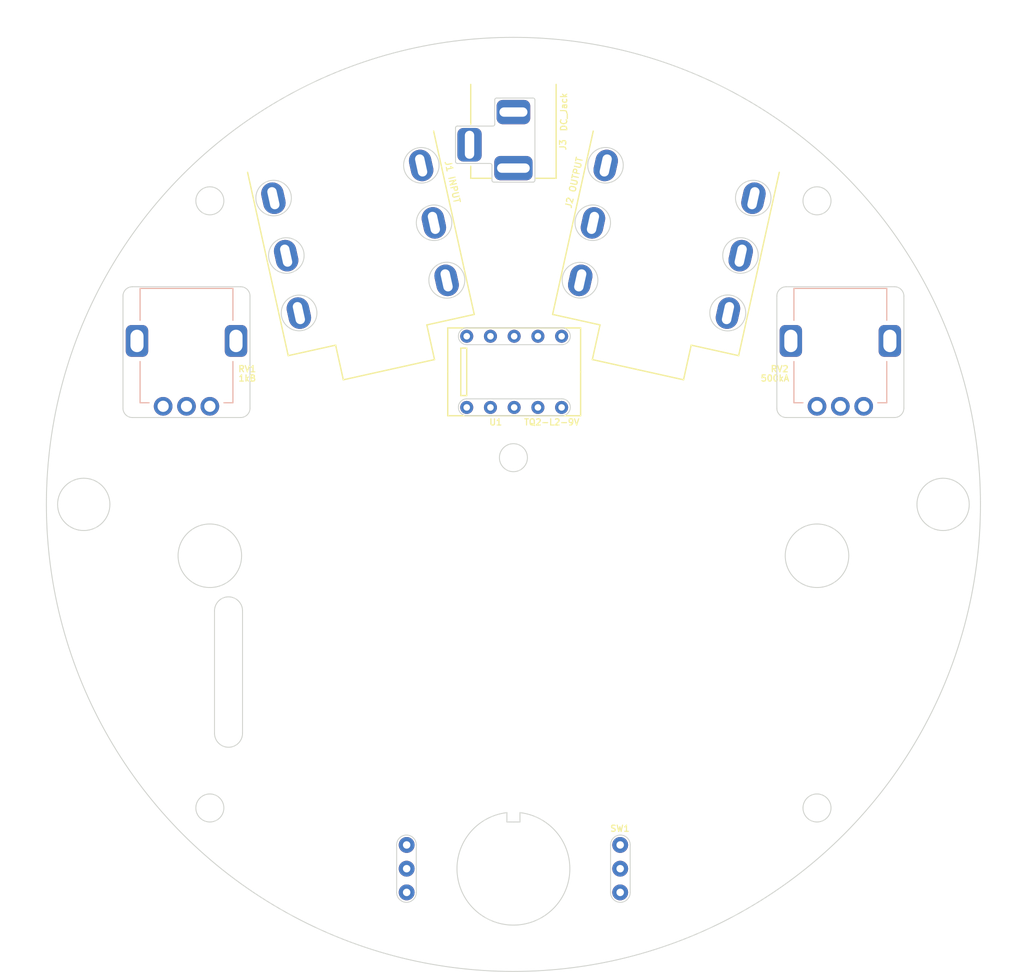
<source format=kicad_pcb>
(kicad_pcb (version 20171130) (host pcbnew "(5.1.6)-1")

  (general
    (thickness 1.6)
    (drawings 150)
    (tracks 0)
    (zones 0)
    (modules 7)
    (nets 21)
  )

  (page A4)
  (layers
    (0 F.Cu signal)
    (31 B.Cu signal)
    (32 B.Adhes user)
    (33 F.Adhes user)
    (34 B.Paste user)
    (35 F.Paste user)
    (36 B.SilkS user)
    (37 F.SilkS user)
    (38 B.Mask user)
    (39 F.Mask user)
    (40 Dwgs.User user)
    (41 Cmts.User user)
    (42 Eco1.User user)
    (43 Eco2.User user)
    (44 Edge.Cuts user)
    (45 Margin user)
    (46 B.CrtYd user)
    (47 F.CrtYd user)
    (48 B.Fab user)
    (49 F.Fab user)
  )

  (setup
    (last_trace_width 0.25)
    (user_trace_width 0.3)
    (user_trace_width 0.4)
    (user_trace_width 0.5)
    (user_trace_width 0.75)
    (user_trace_width 1)
    (user_trace_width 1.5)
    (user_trace_width 2)
    (user_trace_width 0.3)
    (user_trace_width 0.4)
    (user_trace_width 0.5)
    (user_trace_width 0.75)
    (user_trace_width 1)
    (user_trace_width 2)
    (user_trace_width 3)
    (user_trace_width 0.3)
    (user_trace_width 0.4)
    (user_trace_width 0.5)
    (user_trace_width 0.75)
    (user_trace_width 1)
    (user_trace_width 2)
    (user_trace_width 3)
    (user_trace_width 0.3)
    (user_trace_width 0.4)
    (user_trace_width 0.5)
    (user_trace_width 0.75)
    (user_trace_width 1)
    (user_trace_width 2)
    (user_trace_width 3)
    (user_trace_width 0.3)
    (user_trace_width 0.4)
    (user_trace_width 0.5)
    (user_trace_width 0.75)
    (user_trace_width 1)
    (user_trace_width 2)
    (user_trace_width 3)
    (user_trace_width 0.3)
    (user_trace_width 0.4)
    (user_trace_width 0.5)
    (user_trace_width 0.75)
    (user_trace_width 1)
    (user_trace_width 2)
    (user_trace_width 3)
    (user_trace_width 0.3)
    (user_trace_width 0.4)
    (user_trace_width 0.5)
    (user_trace_width 0.75)
    (user_trace_width 1)
    (user_trace_width 2)
    (user_trace_width 3)
    (user_trace_width 0.3)
    (user_trace_width 0.4)
    (user_trace_width 0.5)
    (user_trace_width 0.75)
    (user_trace_width 1)
    (user_trace_width 2)
    (user_trace_width 3)
    (user_trace_width 0.3)
    (user_trace_width 0.4)
    (user_trace_width 0.5)
    (user_trace_width 0.75)
    (user_trace_width 1)
    (user_trace_width 2)
    (user_trace_width 3)
    (user_trace_width 0.3)
    (user_trace_width 0.4)
    (user_trace_width 0.5)
    (user_trace_width 0.75)
    (user_trace_width 1)
    (user_trace_width 2)
    (user_trace_width 3)
    (user_trace_width 0.3)
    (user_trace_width 0.4)
    (user_trace_width 0.5)
    (user_trace_width 0.75)
    (user_trace_width 1)
    (user_trace_width 2)
    (user_trace_width 3)
    (user_trace_width 0.3)
    (user_trace_width 0.4)
    (user_trace_width 0.5)
    (user_trace_width 0.75)
    (user_trace_width 1)
    (user_trace_width 2)
    (user_trace_width 3)
    (user_trace_width 0.3)
    (user_trace_width 0.4)
    (user_trace_width 0.5)
    (user_trace_width 0.75)
    (user_trace_width 1)
    (user_trace_width 2)
    (user_trace_width 3)
    (user_trace_width 0.3)
    (user_trace_width 0.4)
    (user_trace_width 0.5)
    (user_trace_width 0.75)
    (user_trace_width 1)
    (user_trace_width 2)
    (user_trace_width 3)
    (user_trace_width 0.3)
    (user_trace_width 0.4)
    (user_trace_width 0.5)
    (user_trace_width 0.75)
    (user_trace_width 1)
    (user_trace_width 2)
    (user_trace_width 3)
    (user_trace_width 0.3)
    (user_trace_width 0.4)
    (user_trace_width 0.5)
    (user_trace_width 0.75)
    (user_trace_width 1)
    (user_trace_width 2)
    (user_trace_width 3)
    (user_trace_width 0.3)
    (user_trace_width 0.4)
    (user_trace_width 0.5)
    (user_trace_width 0.75)
    (user_trace_width 1)
    (user_trace_width 2)
    (user_trace_width 3)
    (user_trace_width 0.3)
    (user_trace_width 0.4)
    (user_trace_width 0.5)
    (user_trace_width 0.75)
    (user_trace_width 1)
    (user_trace_width 2)
    (user_trace_width 3)
    (user_trace_width 0.3)
    (user_trace_width 0.4)
    (user_trace_width 0.5)
    (user_trace_width 0.75)
    (user_trace_width 1)
    (user_trace_width 2)
    (user_trace_width 3)
    (user_trace_width 0.3)
    (user_trace_width 0.4)
    (user_trace_width 0.5)
    (user_trace_width 0.75)
    (user_trace_width 1)
    (user_trace_width 2)
    (user_trace_width 3)
    (user_trace_width 0.3)
    (user_trace_width 0.4)
    (user_trace_width 0.5)
    (user_trace_width 0.75)
    (user_trace_width 1)
    (user_trace_width 2)
    (user_trace_width 3)
    (user_trace_width 0.3)
    (user_trace_width 0.4)
    (user_trace_width 0.5)
    (user_trace_width 0.75)
    (user_trace_width 1)
    (user_trace_width 2)
    (user_trace_width 3)
    (user_trace_width 0.3)
    (user_trace_width 0.4)
    (user_trace_width 0.5)
    (user_trace_width 0.75)
    (user_trace_width 1)
    (user_trace_width 2)
    (user_trace_width 3)
    (trace_clearance 0.2)
    (zone_clearance 0.5)
    (zone_45_only yes)
    (trace_min 0.16)
    (via_size 0.8)
    (via_drill 0.4)
    (via_min_size 0.4)
    (via_min_drill 0.3)
    (user_via 0.65 0.3)
    (user_via 0.65 0.3)
    (user_via 0.65 0.3)
    (user_via 0.65 0.3)
    (user_via 0.65 0.3)
    (user_via 0.65 0.3)
    (user_via 0.65 0.3)
    (user_via 0.65 0.3)
    (user_via 0.65 0.3)
    (user_via 0.65 0.3)
    (user_via 0.65 0.3)
    (user_via 0.65 0.3)
    (user_via 0.65 0.3)
    (user_via 0.65 0.3)
    (user_via 0.65 0.3)
    (user_via 0.65 0.3)
    (user_via 0.65 0.3)
    (user_via 0.65 0.3)
    (user_via 0.65 0.3)
    (user_via 0.65 0.3)
    (user_via 0.65 0.3)
    (user_via 0.65 0.3)
    (uvia_size 0.3)
    (uvia_drill 0.1)
    (uvias_allowed no)
    (uvia_min_size 0.2)
    (uvia_min_drill 0.1)
    (edge_width 0.1)
    (segment_width 0.2)
    (pcb_text_width 0.3)
    (pcb_text_size 1.5 1.5)
    (mod_edge_width 0.15)
    (mod_text_size 1 1)
    (mod_text_width 0.15)
    (pad_size 5.5 5.5)
    (pad_drill 3.2)
    (pad_to_mask_clearance 0.05)
    (aux_axis_origin 100 50)
    (grid_origin 100 50)
    (visible_elements 7FFFFFFF)
    (pcbplotparams
      (layerselection 0x01000_7ffffffe)
      (usegerberextensions false)
      (usegerberattributes false)
      (usegerberadvancedattributes false)
      (creategerberjobfile false)
      (excludeedgelayer true)
      (linewidth 0.100000)
      (plotframeref false)
      (viasonmask false)
      (mode 1)
      (useauxorigin true)
      (hpglpennumber 1)
      (hpglpenspeed 20)
      (hpglpendiameter 15.000000)
      (psnegative false)
      (psa4output false)
      (plotreference true)
      (plotvalue true)
      (plotinvisibletext false)
      (padsonsilk false)
      (subtractmaskfromsilk true)
      (outputformat 3)
      (mirror false)
      (drillshape 0)
      (scaleselection 1)
      (outputdirectory "5_6_frame_Acryl3mm/"))
  )

  (net 0 "")
  (net 1 "Net-(BT1-Pad1)")
  (net 2 /BATT-)
  (net 3 "Net-(C1-Pad2)")
  (net 4 "Net-(C2-Pad1)")
  (net 5 "Net-(C3-Pad1)")
  (net 6 GND)
  (net 7 +9V)
  (net 8 "Net-(C6-Pad1)")
  (net 9 "Net-(C9-Pad1)")
  (net 10 "Net-(C10-Pad1)")
  (net 11 "Net-(J1-PadT)")
  (net 12 "Net-(J1-PadRN)")
  (net 13 "Net-(J2-PadSN)")
  (net 14 "Net-(J2-PadRN)")
  (net 15 "Net-(J2-PadR)")
  (net 16 "Net-(J2-PadT)")
  (net 17 "Net-(J2-PadTN)")
  (net 18 "Net-(Q2-Pad2)")
  (net 19 "Net-(R6-Pad2)")
  (net 20 "Net-(RV2-Pad2)")

  (net_class Default "これはデフォルトのネット クラスです。"
    (clearance 0.2)
    (trace_width 0.25)
    (via_dia 0.8)
    (via_drill 0.4)
    (uvia_dia 0.3)
    (uvia_drill 0.1)
    (add_net +9V)
    (add_net /BATT-)
    (add_net GND)
    (add_net "Net-(BT1-Pad1)")
    (add_net "Net-(C1-Pad2)")
    (add_net "Net-(C10-Pad1)")
    (add_net "Net-(C2-Pad1)")
    (add_net "Net-(C3-Pad1)")
    (add_net "Net-(C6-Pad1)")
    (add_net "Net-(C9-Pad1)")
    (add_net "Net-(J1-PadRN)")
    (add_net "Net-(J1-PadT)")
    (add_net "Net-(J2-PadR)")
    (add_net "Net-(J2-PadRN)")
    (add_net "Net-(J2-PadSN)")
    (add_net "Net-(J2-PadT)")
    (add_net "Net-(J2-PadTN)")
    (add_net "Net-(Q2-Pad2)")
    (add_net "Net-(R6-Pad2)")
    (add_net "Net-(RV2-Pad2)")
  )

  (module myFoot:my_SW_hanged (layer F.Cu) (tedit 5F104BFC) (tstamp 5F10B7D7)
    (at 150 139)
    (descr "SW PUSH 12mm https://www.e-switch.com/system/asset/product_line/data_sheet/143/TL1100.pdf")
    (tags "tact sw push 12mm")
    (path /5CEDDA85)
    (fp_text reference SW1 (at 11.4 -4.3) (layer F.SilkS)
      (effects (font (size 0.67 0.67) (thickness 0.127)))
    )
    (fp_text value FS (at 13.8 -4.3) (layer F.SilkS) hide
      (effects (font (size 0.67 0.67) (thickness 0.127)))
    )
    (fp_circle (center 6.35 2.54) (end 5.08 2.54) (layer F.Fab) (width 0.12))
    (fp_circle (center 6.35 -2.54) (end 5.08 -2.54) (layer F.Fab) (width 0.12))
    (fp_circle (center -6.35 2.54) (end -7.62 2.54) (layer F.Fab) (width 0.12))
    (fp_circle (center -6.35 -2.54) (end -7.62 -2.54) (layer F.Fab) (width 0.12))
    (fp_circle (center 0 4.5) (end -0.8 4.6) (layer F.Fab) (width 0.12))
    (fp_circle (center 0 -4.5) (end -0.8 -4.5) (layer F.Fab) (width 0.12))
    (fp_circle (center 0 0) (end 8 0) (layer F.Fab) (width 0.12))
    (pad 1 thru_hole circle (at 11.43 -2.54) (size 1.7 1.7) (drill 0.8) (layers *.Cu *.Mask)
      (net 8 "Net-(C6-Pad1)"))
    (pad "" thru_hole circle (at 11.43 0) (size 1.7 1.7) (drill 0.8) (layers *.Cu *.Mask))
    (pad 2 thru_hole circle (at 11.43 2.54) (size 1.7 1.7) (drill 0.8) (layers *.Cu *.Mask)
      (net 19 "Net-(R6-Pad2)"))
    (pad "" thru_hole circle (at -11.43 2.54) (size 1.7 1.7) (drill 0.8) (layers *.Cu *.Mask))
    (pad "" thru_hole circle (at -11.43 0) (size 1.7 1.7) (drill 0.8) (layers *.Cu *.Mask))
    (pad "" thru_hole circle (at -11.43 -2.54) (size 1.7 1.7) (drill 0.8) (layers *.Cu *.Mask))
    (model ${KISYS3DMOD}/Button_Switch_THT.3dshapes/SW_PUSH-12mm.wrl
      (at (xyz 0 0 0))
      (scale (xyz 1 1 1))
      (rotate (xyz 0 0 0))
    )
  )

  (module myFoot:my_Phone_Jack_Daier locked (layer F.Cu) (tedit 5F1C2CA9) (tstamp 5F1C8B7C)
    (at 131 60 282.5)
    (descr "DC Barrel Jack")
    (tags "Power Jack")
    (path /5F23BE2D)
    (fp_text reference J1 (at 6.328844 -10.990711 102.5) (layer F.SilkS)
      (effects (font (size 0.67 0.67) (thickness 0.127)))
    )
    (fp_text value INPUT (at 8.9 -11 102.5) (layer F.SilkS)
      (effects (font (size 0.67 0.67) (thickness 0.127)))
    )
    (fp_line (start -1 7.4) (end -1 7.9) (layer F.Fab) (width 0.12))
    (fp_line (start -2 7.9) (end -2 7.4) (layer F.Fab) (width 0.12))
    (fp_line (start -3 -7.9) (end -3 7.9) (layer F.Fab) (width 0.12))
    (fp_line (start -2 -7.4) (end -2 -7.9) (layer F.Fab) (width 0.12))
    (fp_line (start -3 -7.9) (end 0 -7.9) (layer F.Fab) (width 0.12))
    (fp_line (start -1 -7.9) (end -1 -7.4) (layer F.Fab) (width 0.12))
    (fp_line (start -3 7.9) (end 1.4 7.9) (layer F.Fab) (width 0.12))
    (fp_line (start 1.4 10.2) (end 1.4 0) (layer F.Fab) (width 0.12))
    (fp_line (start 1.4 -7.9) (end 0 -7.9) (layer F.Fab) (width 0.12))
    (fp_line (start 1.4 0) (end 1.4 -10.2) (layer F.Fab) (width 0.12))
    (fp_line (start 2.1 10.2) (end 1.4 10.2) (layer F.Fab) (width 0.12))
    (fp_line (start 1.4 -10.2) (end 2.1 -10.2) (layer F.Fab) (width 0.12))
    (fp_line (start 0 7.9) (end 0 -7.9) (layer F.Fab) (width 0.12))
    (fp_line (start -7.2 -5.5) (end 1.4 -5.5) (layer F.Fab) (width 0.12))
    (fp_line (start -7.2 5.5) (end -7.2 -5.5) (layer F.Fab) (width 0.12))
    (fp_line (start 1.4 5.5) (end -7.2 5.5) (layer F.Fab) (width 0.12))
    (fp_line (start 22.4 5) (end 22.4 10.2) (layer F.SilkS) (width 0.15))
    (fp_line (start 26.2 5) (end 22.4 5) (layer F.SilkS) (width 0.15))
    (fp_line (start 22.4 -5) (end 22.4 -10.2) (layer F.SilkS) (width 0.15))
    (fp_line (start 26.2 -5) (end 22.4 -5) (layer F.SilkS) (width 0.15))
    (fp_line (start 22.4 10.2) (end 2.3 10.2) (layer F.SilkS) (width 0.15))
    (fp_line (start 26.2 0) (end 26.2 5) (layer F.SilkS) (width 0.15))
    (fp_line (start 26.2 -5) (end 26.2 0) (layer F.SilkS) (width 0.15))
    (fp_line (start 2.3 -10.2) (end 22.4 -10.2) (layer F.SilkS) (width 0.15))
    (pad TN thru_hole oval (at 18.2 -8.1 282.5) (size 3.4 2.4) (drill oval 2.4 1) (layers *.Cu *.Mask)
      (net 6 GND))
    (pad T thru_hole oval (at 18.2 8.1 282.5) (size 3.4 2.4) (drill oval 2.4 1) (layers *.Cu *.Mask)
      (net 11 "Net-(J1-PadT)"))
    (pad R thru_hole oval (at 11.9 8.1 282.5) (size 3.4 2.4) (drill oval 2.4 1) (layers *.Cu *.Mask)
      (net 2 /BATT-))
    (pad S thru_hole oval (at 5.6 8.1 282.5) (size 3.4 2.4) (drill oval 2.4 1) (layers *.Cu *.Mask)
      (net 6 GND))
    (pad RN thru_hole oval (at 11.9 -8.1 282.5) (size 3.4 2.4) (drill oval 2.4 1) (layers *.Cu *.Mask)
      (net 12 "Net-(J1-PadRN)"))
    (pad SN thru_hole oval (at 5.6 -8.1 282.5) (size 3.4 2.4) (drill oval 2.4 1) (layers *.Cu *.Mask)
      (net 6 GND))
    (model ${KISYS3DMOD}/Connector_BarrelJack.3dshapes/BarrelJack_Horizontal.wrl
      (at (xyz 0 0 0))
      (scale (xyz 1 1 1))
      (rotate (xyz 0 0 0))
    )
  )

  (module myFoot:my_DC_Jack locked (layer F.Cu) (tedit 5EF2A8E3) (tstamp 5F0E0A8C)
    (at 150 50.5 270)
    (descr "DC Barrel Jack")
    (tags "Power Jack")
    (path /5F23AB58)
    (fp_text reference J3 (at 11 -5.3 90) (layer F.SilkS)
      (effects (font (size 0.67 0.67) (thickness 0.127)))
    )
    (fp_text value DC_Jack (at 7.5 -5.4 90) (layer F.SilkS)
      (effects (font (size 0.67 0.67) (thickness 0.127)))
    )
    (fp_line (start 14.7 -4.5) (end 14.7 -4.75) (layer F.CrtYd) (width 0.05))
    (fp_line (start 14.7 -4.75) (end -0.3 -4.75) (layer F.CrtYd) (width 0.05))
    (fp_line (start 14.7 -4.5) (end 14.7 -2) (layer F.CrtYd) (width 0.05))
    (fp_line (start 14.7 -2) (end 15 -2) (layer F.CrtYd) (width 0.05))
    (fp_line (start 15 -2) (end 15 2) (layer F.CrtYd) (width 0.05))
    (fp_line (start 15 2) (end 14.7 2) (layer F.CrtYd) (width 0.05))
    (fp_line (start 14.7 2) (end 14.7 4.75) (layer F.CrtYd) (width 0.05))
    (fp_line (start 14.7 4.75) (end 13.2 4.75) (layer F.CrtYd) (width 0.05))
    (fp_line (start 13.2 4.75) (end 13.2 6.3) (layer F.CrtYd) (width 0.05))
    (fp_line (start 13.2 6.3) (end 8.8 6.3) (layer F.CrtYd) (width 0.05))
    (fp_line (start 8.8 6.3) (end 8.8 4.75) (layer F.CrtYd) (width 0.05))
    (fp_line (start 8.8 4.75) (end -0.3 4.75) (layer F.CrtYd) (width 0.05))
    (fp_line (start -0.3 4.75) (end -0.3 -4.75) (layer F.CrtYd) (width 0.05))
    (fp_line (start 3.5 -4.5) (end 3.5 4.5) (layer F.Fab) (width 0.1))
    (fp_line (start 0 -4.5) (end 0 4.5) (layer F.Fab) (width 0.1))
    (fp_line (start 0 4.5) (end 14.5 4.55) (layer F.Fab) (width 0.1))
    (fp_line (start 14.5 4.55) (end 14.5 -4.5) (layer F.Fab) (width 0.1))
    (fp_line (start 14.5 -4.5) (end 0 -4.5) (layer F.Fab) (width 0.1))
    (fp_line (start 4.54 -4.572) (end 14.589 -4.572) (layer F.SilkS) (width 0.15))
    (fp_line (start 14.589 -4.572) (end 14.589 -2.4) (layer F.SilkS) (width 0.15))
    (fp_line (start 14.589 2.4) (end 14.589 4.572) (layer F.SilkS) (width 0.15))
    (fp_line (start 14.589 4.572) (end 13.3 4.572) (layer F.SilkS) (width 0.15))
    (fp_line (start 8.8 4.572) (end 4.54 4.572) (layer F.SilkS) (width 0.15))
    (pad 3 thru_hole roundrect (at 11 4.7 270) (size 3.6 2.6) (drill oval 3 1) (layers *.Cu *.Mask) (roundrect_rratio 0.25)
      (net 1 "Net-(BT1-Pad1)"))
    (pad 2 thru_hole roundrect (at 7.5 0 270) (size 2.6 3.6) (drill oval 1 3) (layers *.Cu *.Mask) (roundrect_rratio 0.25)
      (net 7 +9V))
    (pad 1 thru_hole roundrect (at 13.5 0 270) (size 2.6 4.1) (drill oval 1 3.5) (layers *.Cu *.Mask) (roundrect_rratio 0.25)
      (net 6 GND))
    (model ${KISYS3DMOD}/Connector_BarrelJack.3dshapes/BarrelJack_Horizontal.wrl
      (at (xyz 0 0 0))
      (scale (xyz 1 1 1))
      (rotate (xyz 0 0 0))
    )
  )

  (module myFoot:my_Pot_PTV09A-4 locked (layer B.Cu) (tedit 5ED1A71B) (tstamp 5F0E0BB6)
    (at 115 82.5 90)
    (descr "Potentiometer, vertical, Bourns PTV09A-1 Single, http://www.bourns.com/docs/Product-Datasheets/ptv09.pdf")
    (tags "Potentiometer vertical Bourns PTV09A-1 Single")
    (path /5F10E8EB)
    (fp_text reference RV1 (at -3 6.5 -180) (layer F.SilkS)
      (effects (font (size 0.67 0.67) (thickness 0.127)))
    )
    (fp_text value 1kB (at -4 6.5) (layer F.SilkS)
      (effects (font (size 0.67 0.67) (thickness 0.127)))
    )
    (fp_circle (center 0 0) (end 3 0) (layer B.Fab) (width 0.1))
    (fp_line (start -6.5 4.85) (end -6.5 -4.85) (layer B.Fab) (width 0.1))
    (fp_line (start -6.5 -4.85) (end 5.5 -4.85) (layer B.Fab) (width 0.1))
    (fp_line (start 5.5 -4.85) (end 5.5 4.85) (layer B.Fab) (width 0.1))
    (fp_line (start 5.5 4.85) (end -6.5 4.85) (layer B.Fab) (width 0.1))
    (fp_line (start -6.62 4.97) (end -2.2 4.97) (layer B.SilkS) (width 0.12))
    (fp_line (start 2.2 4.97) (end 5.62 4.97) (layer B.SilkS) (width 0.12))
    (fp_line (start -6.62 -4.97) (end -2.2 -4.97) (layer B.SilkS) (width 0.12))
    (fp_line (start 2.2 -4.97) (end 5.62 -4.97) (layer B.SilkS) (width 0.12))
    (fp_line (start -6.62 4.97) (end -6.62 4) (layer B.SilkS) (width 0.12))
    (fp_line (start -6.62 -4) (end -6.62 -4.97) (layer B.SilkS) (width 0.12))
    (fp_line (start 5.62 4.97) (end 5.62 -4.97) (layer B.SilkS) (width 0.12))
    (fp_line (start -8.65 6.65) (end -8.65 -6.65) (layer B.CrtYd) (width 0.05))
    (fp_line (start -8.65 -6.65) (end 5.75 -6.65) (layer B.CrtYd) (width 0.05))
    (fp_line (start 5.75 -6.65) (end 5.75 6.65) (layer B.CrtYd) (width 0.05))
    (fp_line (start 5.75 6.65) (end -8.65 6.65) (layer B.CrtYd) (width 0.05))
    (fp_line (start 0 0) (end 0 3) (layer B.Fab) (width 0.12))
    (fp_line (start 0 0) (end 3 0) (layer B.Fab) (width 0.12))
    (fp_line (start 0 0) (end 0 -3) (layer B.Fab) (width 0.12))
    (fp_line (start 0 0) (end -3 0) (layer B.Fab) (width 0.12))
    (fp_line (start 0 3) (end 0 5.2) (layer Dwgs.User) (width 0.12))
    (pad "" thru_hole roundrect (at 0 5.3 90) (size 3.4 2.4) (drill oval 2.4 1.4) (layers *.Cu *.Mask) (roundrect_rratio 0.25))
    (pad "" thru_hole roundrect (at 0 -5.3 90) (size 3.4 2.4) (drill oval 2.4 1.4) (layers *.Cu *.Mask) (roundrect_rratio 0.25))
    (pad 3 thru_hole circle (at -7 -2.5 90) (size 2 2) (drill 1.2) (layers *.Cu *.Mask)
      (net 18 "Net-(Q2-Pad2)"))
    (pad 2 thru_hole circle (at -7 0 90) (size 2 2) (drill 1.2) (layers *.Cu *.Mask)
      (net 5 "Net-(C3-Pad1)"))
    (pad 1 thru_hole circle (at -7 2.5 90) (size 2 2) (drill 1.2) (layers *.Cu *.Mask)
      (net 6 GND))
    (model ${KISYS3DMOD}/Potentiometer_THT.3dshapes/Potentiometer_Bourns_PTV09A-1_Single_Vertical.wrl
      (at (xyz 0 0 0))
      (scale (xyz 1 1 1))
      (rotate (xyz 0 0 0))
    )
  )

  (module myFoot:my_Pot_PTV09A-4 locked (layer B.Cu) (tedit 5ED1A71B) (tstamp 5F0E0BD4)
    (at 185 82.5 90)
    (descr "Potentiometer, vertical, Bourns PTV09A-1 Single, http://www.bourns.com/docs/Product-Datasheets/ptv09.pdf")
    (tags "Potentiometer vertical Bourns PTV09A-1 Single")
    (path /5EC4C366)
    (fp_text reference RV2 (at -3 -6.5) (layer F.SilkS)
      (effects (font (size 0.67 0.67) (thickness 0.127)))
    )
    (fp_text value 500kA (at -4 -7) (layer F.SilkS)
      (effects (font (size 0.67 0.67) (thickness 0.127)))
    )
    (fp_circle (center 0 0) (end 3 0) (layer B.Fab) (width 0.1))
    (fp_line (start -6.5 4.85) (end -6.5 -4.85) (layer B.Fab) (width 0.1))
    (fp_line (start -6.5 -4.85) (end 5.5 -4.85) (layer B.Fab) (width 0.1))
    (fp_line (start 5.5 -4.85) (end 5.5 4.85) (layer B.Fab) (width 0.1))
    (fp_line (start 5.5 4.85) (end -6.5 4.85) (layer B.Fab) (width 0.1))
    (fp_line (start -6.62 4.97) (end -2.2 4.97) (layer B.SilkS) (width 0.12))
    (fp_line (start 2.2 4.97) (end 5.62 4.97) (layer B.SilkS) (width 0.12))
    (fp_line (start -6.62 -4.97) (end -2.2 -4.97) (layer B.SilkS) (width 0.12))
    (fp_line (start 2.2 -4.97) (end 5.62 -4.97) (layer B.SilkS) (width 0.12))
    (fp_line (start -6.62 4.97) (end -6.62 4) (layer B.SilkS) (width 0.12))
    (fp_line (start -6.62 -4) (end -6.62 -4.97) (layer B.SilkS) (width 0.12))
    (fp_line (start 5.62 4.97) (end 5.62 -4.97) (layer B.SilkS) (width 0.12))
    (fp_line (start -8.65 6.65) (end -8.65 -6.65) (layer B.CrtYd) (width 0.05))
    (fp_line (start -8.65 -6.65) (end 5.75 -6.65) (layer B.CrtYd) (width 0.05))
    (fp_line (start 5.75 -6.65) (end 5.75 6.65) (layer B.CrtYd) (width 0.05))
    (fp_line (start 5.75 6.65) (end -8.65 6.65) (layer B.CrtYd) (width 0.05))
    (fp_line (start 0 0) (end 0 3) (layer B.Fab) (width 0.12))
    (fp_line (start 0 0) (end 3 0) (layer B.Fab) (width 0.12))
    (fp_line (start 0 0) (end 0 -3) (layer B.Fab) (width 0.12))
    (fp_line (start 0 0) (end -3 0) (layer B.Fab) (width 0.12))
    (fp_line (start 0 3) (end 0 5.2) (layer Dwgs.User) (width 0.12))
    (pad "" thru_hole roundrect (at 0 5.3 90) (size 3.4 2.4) (drill oval 2.4 1.4) (layers *.Cu *.Mask) (roundrect_rratio 0.25))
    (pad "" thru_hole roundrect (at 0 -5.3 90) (size 3.4 2.4) (drill oval 2.4 1.4) (layers *.Cu *.Mask) (roundrect_rratio 0.25))
    (pad 3 thru_hole circle (at -7 -2.5 90) (size 2 2) (drill 1.2) (layers *.Cu *.Mask)
      (net 4 "Net-(C2-Pad1)"))
    (pad 2 thru_hole circle (at -7 0 90) (size 2 2) (drill 1.2) (layers *.Cu *.Mask)
      (net 20 "Net-(RV2-Pad2)"))
    (pad 1 thru_hole circle (at -7 2.5 90) (size 2 2) (drill 1.2) (layers *.Cu *.Mask)
      (net 6 GND))
    (model ${KISYS3DMOD}/Potentiometer_THT.3dshapes/Potentiometer_Bourns_PTV09A-1_Single_Vertical.wrl
      (at (xyz 0 0 0))
      (scale (xyz 1 1 1))
      (rotate (xyz 0 0 0))
    )
  )

  (module myFoot:EA2-5TNAG locked (layer F.Cu) (tedit 5ECFB23F) (tstamp 5F0E0BF8)
    (at 145 82)
    (descr "Resistor, Axial_DIN0204 series, Axial, Horizontal, pin pitch=7.62mm, 0.16666666666666666W = 1/6W, length*diameter=3.6*1.6mm^2, http://cdn-reichelt.de/documents/datenblatt/B400/1_4W%23YAG.pdf")
    (tags "Resistor Axial_DIN0204 series Axial Horizontal pin pitch 7.62mm 0.16666666666666666W = 1/6W length 3.6mm diameter 1.6mm")
    (path /5CE5FC4C)
    (fp_text reference U1 (at 3.1 9.2) (layer F.SilkS)
      (effects (font (size 0.67 0.67) (thickness 0.127)))
    )
    (fp_text value TQ2-L2-9V (at 9.1 9.2) (layer F.SilkS)
      (effects (font (size 0.67 0.67) (thickness 0.127)))
    )
    (fp_line (start 5.08 -0.889) (end -2.032 -0.889) (layer F.SilkS) (width 0.15))
    (fp_line (start -2.032 -0.889) (end -2.032 3.81) (layer F.SilkS) (width 0.15))
    (fp_line (start -2.032 3.81) (end -2.032 8.509) (layer F.SilkS) (width 0.15))
    (fp_line (start -2.032 8.509) (end 5.08 8.509) (layer F.SilkS) (width 0.15))
    (fp_line (start 5.08 8.509) (end 12.192 8.509) (layer F.SilkS) (width 0.15))
    (fp_line (start 12.192 8.509) (end 12.192 3.81) (layer F.SilkS) (width 0.15))
    (fp_line (start 12.192 3.81) (end 12.192 -0.889) (layer F.SilkS) (width 0.15))
    (fp_line (start 12.192 -0.889) (end 5.08 -0.889) (layer F.SilkS) (width 0.15))
    (fp_line (start -0.635 1.27) (end 0 1.27) (layer F.SilkS) (width 0.15))
    (fp_line (start 0 1.27) (end 0 6.35) (layer F.SilkS) (width 0.15))
    (fp_line (start 0 6.35) (end -0.635 6.35) (layer F.SilkS) (width 0.15))
    (fp_line (start -0.635 6.35) (end -0.635 1.27) (layer F.SilkS) (width 0.15))
    (pad 2 thru_hole oval (at 2.54 7.62) (size 1.4 1.4) (drill 0.7) (layers *.Cu *.Mask)
      (net 6 GND))
    (pad 3 thru_hole oval (at 5.08 7.62) (size 1.4 1.4) (drill 0.7) (layers *.Cu *.Mask)
      (net 3 "Net-(C1-Pad2)"))
    (pad 9 thru_hole oval (at 2.54 0) (size 1.4 1.4) (drill 0.7) (layers *.Cu *.Mask)
      (net 11 "Net-(J1-PadT)"))
    (pad 10 thru_hole circle (at 0 0) (size 1.4 1.4) (drill 0.7) (layers *.Cu *.Mask)
      (net 7 +9V))
    (pad 4 thru_hole oval (at 7.62 7.62) (size 1.4 1.4) (drill 0.7) (layers *.Cu *.Mask)
      (net 11 "Net-(J1-PadT)"))
    (pad 5 thru_hole oval (at 10.16 7.62) (size 1.4 1.4) (drill 0.7) (layers *.Cu *.Mask)
      (net 9 "Net-(C9-Pad1)"))
    (pad 1 thru_hole oval (at 0 7.62) (size 1.4 1.4) (drill 0.7) (layers *.Cu *.Mask)
      (net 7 +9V))
    (pad 8 thru_hole oval (at 5.08 0) (size 1.4 1.4) (drill 0.7) (layers *.Cu *.Mask)
      (net 16 "Net-(J2-PadT)"))
    (pad 7 thru_hole oval (at 7.62 0) (size 1.4 1.4) (drill 0.7) (layers *.Cu *.Mask)
      (net 20 "Net-(RV2-Pad2)"))
    (pad 6 thru_hole oval (at 10.16 0) (size 1.4 1.4) (drill 0.7) (layers *.Cu *.Mask)
      (net 10 "Net-(C10-Pad1)"))
  )

  (module myFoot:my_Phone_Jack_Daier locked (layer F.Cu) (tedit 5F1C2CA9) (tstamp 5F1C8B9D)
    (at 169 60 257.5)
    (descr "DC Barrel Jack")
    (tags "Power Jack")
    (path /5F23D38A)
    (fp_text reference J2 (at 10.331194 11.025263 77.5) (layer F.SilkS)
      (effects (font (size 0.67 0.67) (thickness 0.127)))
    )
    (fp_text value OUTPUT (at 7.250798 10.991175 77.5) (layer F.SilkS)
      (effects (font (size 0.67 0.67) (thickness 0.127)))
    )
    (fp_line (start -1 7.4) (end -1 7.9) (layer F.Fab) (width 0.12))
    (fp_line (start -2 7.9) (end -2 7.4) (layer F.Fab) (width 0.12))
    (fp_line (start -3 -7.9) (end -3 7.9) (layer F.Fab) (width 0.12))
    (fp_line (start -2 -7.4) (end -2 -7.9) (layer F.Fab) (width 0.12))
    (fp_line (start -3 -7.9) (end 0 -7.9) (layer F.Fab) (width 0.12))
    (fp_line (start -1 -7.9) (end -1 -7.4) (layer F.Fab) (width 0.12))
    (fp_line (start -3 7.9) (end 1.4 7.9) (layer F.Fab) (width 0.12))
    (fp_line (start 1.4 10.2) (end 1.4 0) (layer F.Fab) (width 0.12))
    (fp_line (start 1.4 -7.9) (end 0 -7.9) (layer F.Fab) (width 0.12))
    (fp_line (start 1.4 0) (end 1.4 -10.2) (layer F.Fab) (width 0.12))
    (fp_line (start 2.1 10.2) (end 1.4 10.2) (layer F.Fab) (width 0.12))
    (fp_line (start 1.4 -10.2) (end 2.1 -10.2) (layer F.Fab) (width 0.12))
    (fp_line (start 0 7.9) (end 0 -7.9) (layer F.Fab) (width 0.12))
    (fp_line (start -7.2 -5.5) (end 1.4 -5.5) (layer F.Fab) (width 0.12))
    (fp_line (start -7.2 5.5) (end -7.2 -5.5) (layer F.Fab) (width 0.12))
    (fp_line (start 1.4 5.5) (end -7.2 5.5) (layer F.Fab) (width 0.12))
    (fp_line (start 22.4 5) (end 22.4 10.2) (layer F.SilkS) (width 0.15))
    (fp_line (start 26.2 5) (end 22.4 5) (layer F.SilkS) (width 0.15))
    (fp_line (start 22.4 -5) (end 22.4 -10.2) (layer F.SilkS) (width 0.15))
    (fp_line (start 26.2 -5) (end 22.4 -5) (layer F.SilkS) (width 0.15))
    (fp_line (start 22.4 10.2) (end 2.3 10.2) (layer F.SilkS) (width 0.15))
    (fp_line (start 26.2 0) (end 26.2 5) (layer F.SilkS) (width 0.15))
    (fp_line (start 26.2 -5) (end 26.2 0) (layer F.SilkS) (width 0.15))
    (fp_line (start 2.3 -10.2) (end 22.4 -10.2) (layer F.SilkS) (width 0.15))
    (pad TN thru_hole oval (at 18.2 -8.1 257.5) (size 3.4 2.4) (drill oval 2.4 1) (layers *.Cu *.Mask)
      (net 17 "Net-(J2-PadTN)"))
    (pad T thru_hole oval (at 18.2 8.1 257.5) (size 3.4 2.4) (drill oval 2.4 1) (layers *.Cu *.Mask)
      (net 16 "Net-(J2-PadT)"))
    (pad R thru_hole oval (at 11.9 8.1 257.5) (size 3.4 2.4) (drill oval 2.4 1) (layers *.Cu *.Mask)
      (net 15 "Net-(J2-PadR)"))
    (pad S thru_hole oval (at 5.6 8.1 257.5) (size 3.4 2.4) (drill oval 2.4 1) (layers *.Cu *.Mask)
      (net 6 GND))
    (pad RN thru_hole oval (at 11.9 -8.1 257.5) (size 3.4 2.4) (drill oval 2.4 1) (layers *.Cu *.Mask)
      (net 14 "Net-(J2-PadRN)"))
    (pad SN thru_hole oval (at 5.6 -8.1 257.5) (size 3.4 2.4) (drill oval 2.4 1) (layers *.Cu *.Mask)
      (net 13 "Net-(J2-PadSN)"))
    (model ${KISYS3DMOD}/Connector_BarrelJack.3dshapes/BarrelJack_Horizontal.wrl
      (at (xyz 0 0 0))
      (scale (xyz 1 1 1))
      (rotate (xyz 0 0 0))
    )
  )

  (dimension 100 (width 0.15) (layer Cmts.User)
    (gr_text "100.000 mm" (at 150 46.7) (layer Cmts.User)
      (effects (font (size 1 1) (thickness 0.15)))
    )
    (feature1 (pts (xy 100 150) (xy 100 47.413579)))
    (feature2 (pts (xy 200 150) (xy 200 47.413579)))
    (crossbar (pts (xy 200 48) (xy 100 48)))
    (arrow1a (pts (xy 100 48) (xy 101.126504 47.413579)))
    (arrow1b (pts (xy 100 48) (xy 101.126504 48.586421)))
    (arrow2a (pts (xy 200 48) (xy 198.873496 47.413579)))
    (arrow2b (pts (xy 200 48) (xy 198.873496 48.586421)))
  )
  (dimension 100 (width 0.15) (layer Cmts.User)
    (gr_text "100.000 mm" (at 203.3 100 270) (layer Cmts.User)
      (effects (font (size 1 1) (thickness 0.15)))
    )
    (feature1 (pts (xy 100 150) (xy 202.586421 150)))
    (feature2 (pts (xy 100 50) (xy 202.586421 50)))
    (crossbar (pts (xy 202 50) (xy 202 150)))
    (arrow1a (pts (xy 202 150) (xy 201.413579 148.873496)))
    (arrow1b (pts (xy 202 150) (xy 202.586421 148.873496)))
    (arrow2a (pts (xy 202 50) (xy 201.413579 51.126504)))
    (arrow2b (pts (xy 202 50) (xy 202.586421 51.126504)))
  )
  (gr_circle (center 150 95) (end 148.5 95) (layer Dwgs.User) (width 0.15))
  (gr_line (start 118 111.4) (end 118 124.5) (layer Edge.Cuts) (width 0.1) (tstamp 5F40878A))
  (gr_line (start 121 124.5) (end 121 111.4) (layer Edge.Cuts) (width 0.1) (tstamp 5F408789))
  (gr_arc (start 119.5 111.4) (end 121 111.4) (angle -180) (layer Edge.Cuts) (width 0.1) (tstamp 5F408785))
  (gr_arc (start 119.5 124.5) (end 118 124.5) (angle -180) (layer Edge.Cuts) (width 0.1))
  (gr_line (start 137 145) (end 137 139) (layer Dwgs.User) (width 0.15) (tstamp 5F159A95))
  (gr_line (start 144 139) (end 144 133) (layer Dwgs.User) (width 0.15))
  (gr_line (start 156 133) (end 156 145) (layer Dwgs.User) (width 0.15))
  (gr_line (start 163 133) (end 163 145) (layer Dwgs.User) (width 0.15))
  (gr_line (start 137 139) (end 137 133) (layer Dwgs.User) (width 0.15))
  (gr_line (start 163 145) (end 137 145) (layer Dwgs.User) (width 0.15))
  (gr_line (start 136.49465 145.017833) (end 136.5 130.5) (layer Dwgs.User) (width 0.15))
  (gr_line (start 137 133) (end 163 133) (layer Dwgs.User) (width 0.15))
  (gr_line (start 144 145) (end 143.979203 139) (layer Dwgs.User) (width 0.15) (tstamp 5F3E40FB))
  (gr_line (start 163.505351 145.017835) (end 163.5 130.5) (layer Dwgs.User) (width 0.15))
  (dimension 26 (width 0.15) (layer Dwgs.User)
    (gr_text "26.000 mm" (at 150 130.7) (layer Dwgs.User)
      (effects (font (size 1 1) (thickness 0.15)))
    )
    (feature1 (pts (xy 163 133) (xy 163 131.413579)))
    (feature2 (pts (xy 137 133) (xy 137 131.413579)))
    (crossbar (pts (xy 137 132) (xy 163 132)))
    (arrow1a (pts (xy 163 132) (xy 161.873496 132.586421)))
    (arrow1b (pts (xy 163 132) (xy 161.873496 131.413579)))
    (arrow2a (pts (xy 137 132) (xy 138.126504 132.586421)))
    (arrow2b (pts (xy 137 132) (xy 138.126504 131.413579)))
  )
  (gr_circle (center 150 139) (end 149.5 145) (layer Dwgs.User) (width 0.15))
  (gr_line (start 137.5 141.55) (end 137.5 136.45) (layer Edge.Cuts) (width 0.1))
  (gr_arc (start 138.55 136.45) (end 139.6 136.45) (angle -180) (layer Edge.Cuts) (width 0.1))
  (gr_arc (start 161.45 141.55) (end 160.4 141.55) (angle -180) (layer Edge.Cuts) (width 0.1) (tstamp 5F4072BA))
  (gr_arc (start 138.55 141.55) (end 137.5 141.55) (angle -180) (layer Edge.Cuts) (width 0.1))
  (gr_line (start 139.6 141.55) (end 139.6 136.45) (layer Edge.Cuts) (width 0.1))
  (gr_line (start 150.7 134) (end 150.7 133) (layer Edge.Cuts) (width 0.1))
  (gr_line (start 149.3 133) (end 149.3 134) (layer Edge.Cuts) (width 0.1))
  (gr_line (start 149.3 134) (end 150 134) (layer Edge.Cuts) (width 0.1) (tstamp 5F407356))
  (gr_arc (start 161.45 136.45) (end 162.5 136.45) (angle -180) (layer Edge.Cuts) (width 0.1) (tstamp 5F4072C4))
  (gr_line (start 160.4 136.45) (end 160.4 141.55) (layer Edge.Cuts) (width 0.1) (tstamp 5F4072D2))
  (gr_arc (start 150 139) (end 149.300001 133.000001) (angle -346.6911499) (layer Edge.Cuts) (width 0.1))
  (gr_line (start 150 134) (end 150.7 134) (layer Edge.Cuts) (width 0.1))
  (gr_line (start 162.5 141.55) (end 162.5 136.45) (layer Edge.Cuts) (width 0.1) (tstamp 5F4072D6))
  (gr_circle (center 150 100) (end 100 100) (layer Edge.Cuts) (width 0.1))
  (gr_circle (center 125.689894 73.35482) (end 123.856576 73.863685) (layer Edge.Cuts) (width 0.1) (tstamp 5F408011))
  (gr_circle (center 140.14232 63.697833) (end 138.287358 64.109069) (layer Edge.Cuts) (width 0.1) (tstamp 5F408010))
  (gr_circle (center 142.869459 75.999163) (end 141.079429 76.703287) (layer Edge.Cuts) (width 0.1) (tstamp 5F40800F))
  (gr_circle (center 124.326325 67.204155) (end 122.493006 67.71302) (layer Edge.Cuts) (width 0.1) (tstamp 5F40800E))
  (gr_circle (center 127.053464 79.505485) (end 125.241789 80.111979) (layer Edge.Cuts) (width 0.1) (tstamp 5F40800D))
  (gr_circle (center 141.50589 69.848498) (end 139.672571 70.357363) (layer Edge.Cuts) (width 0.1) (tstamp 5F40800C))
  (gr_arc (start 179.2 89.7) (end 178.2 89.7) (angle -90) (layer Edge.Cuts) (width 0.1) (tstamp 5F407BD1))
  (gr_arc (start 190.8 89.7) (end 190.8 90.7) (angle -90) (layer Edge.Cuts) (width 0.1) (tstamp 5F407BD0))
  (gr_line (start 179.2 90.7) (end 190.8 90.7) (layer Edge.Cuts) (width 0.1) (tstamp 5F407BCF))
  (gr_line (start 178.2 89.7) (end 178.2 77.7) (layer Edge.Cuts) (width 0.1) (tstamp 5F407BCE))
  (gr_arc (start 190.8 77.7) (end 191.8 77.7) (angle -90) (layer Edge.Cuts) (width 0.1) (tstamp 5F407BCD))
  (gr_line (start 191.8 89.7) (end 191.8 77.7) (layer Edge.Cuts) (width 0.1) (tstamp 5F407BCC))
  (gr_line (start 179.2 76.7) (end 190.8 76.7) (layer Edge.Cuts) (width 0.1) (tstamp 5F407BCB))
  (gr_arc (start 179.2 77.7) (end 179.2 76.7) (angle -90) (layer Edge.Cuts) (width 0.1) (tstamp 5F407BCA))
  (gr_arc (start 109.2 89.7) (end 108.2 89.7) (angle -90) (layer Edge.Cuts) (width 0.1) (tstamp 5F407510))
  (gr_arc (start 109.2 77.7) (end 109.2 76.7) (angle -90) (layer Edge.Cuts) (width 0.1) (tstamp 5F407501))
  (gr_arc (start 120.8 77.7) (end 121.8 77.7) (angle -90) (layer Edge.Cuts) (width 0.1) (tstamp 5F4074F1))
  (gr_arc (start 120.8 89.7) (end 120.8 90.7) (angle -90) (layer Edge.Cuts) (width 0.1))
  (gr_line (start 109.2 90.7) (end 120.8 90.7) (layer Edge.Cuts) (width 0.1))
  (gr_line (start 121.8 89.7) (end 121.8 77.7) (layer Edge.Cuts) (width 0.1))
  (gr_line (start 109.2 76.7) (end 120.8 76.7) (layer Edge.Cuts) (width 0.1))
  (gr_line (start 108.2 89.7) (end 108.2 77.7) (layer Edge.Cuts) (width 0.1))
  (gr_line (start 145 90.5) (end 155.2 90.5) (layer Edge.Cuts) (width 0.1) (tstamp 5F407239))
  (gr_line (start 155.2 88.7) (end 145 88.7) (layer Edge.Cuts) (width 0.1) (tstamp 5F407235))
  (gr_line (start 145 81.1) (end 155.2 81.1) (layer Edge.Cuts) (width 0.1) (tstamp 5F407230))
  (gr_line (start 155.2 82.9) (end 145 82.9) (layer Edge.Cuts) (width 0.1) (tstamp 5F40722B))
  (gr_arc (start 155.2 82) (end 155.2 82.9) (angle -180) (layer Edge.Cuts) (width 0.1))
  (gr_arc (start 145 82) (end 145 81.1) (angle -180) (layer Edge.Cuts) (width 0.1))
  (gr_arc (start 155.2 89.6) (end 155.2 90.5) (angle -180) (layer Edge.Cuts) (width 0.1))
  (gr_arc (start 145 89.6) (end 145 88.7) (angle -180) (layer Edge.Cuts) (width 0.1))
  (gr_arc (start 152.1 56.7) (end 152.3 56.7) (angle -90) (layer Edge.Cuts) (width 0.1))
  (gr_arc (start 152.1 65.3) (end 152.1 65.5) (angle -90) (layer Edge.Cuts) (width 0.1))
  (gr_arc (start 147.9 65.3) (end 147.7 65.3) (angle -90) (layer Edge.Cuts) (width 0.1))
  (gr_arc (start 147.5 63.7) (end 147.7 63.7) (angle -90) (layer Edge.Cuts) (width 0.1))
  (gr_arc (start 148.2 56.7) (end 148.2 56.5) (angle -90) (layer Edge.Cuts) (width 0.1))
  (gr_arc (start 147.8 59.3) (end 147.8 59.5) (angle -90) (layer Edge.Cuts) (width 0.1))
  (gr_arc (start 144 59.7) (end 144 59.5) (angle -90) (layer Edge.Cuts) (width 0.1))
  (gr_arc (start 144 63.3) (end 143.8 63.3) (angle -90) (layer Edge.Cuts) (width 0.1))
  (gr_line (start 147.5 63.5) (end 144 63.5) (layer Edge.Cuts) (width 0.1))
  (gr_line (start 147.7 65.3) (end 147.7 63.7) (layer Edge.Cuts) (width 0.1))
  (gr_line (start 152.1 65.5) (end 147.9 65.5) (layer Edge.Cuts) (width 0.1))
  (gr_line (start 152.3 65.3) (end 152.3 56.7) (layer Edge.Cuts) (width 0.1))
  (gr_line (start 148.2 56.5) (end 152.1 56.5) (layer Edge.Cuts) (width 0.1))
  (gr_line (start 148 59.3) (end 148 56.7) (layer Edge.Cuts) (width 0.1))
  (gr_line (start 144 59.5) (end 147.8 59.5) (layer Edge.Cuts) (width 0.1))
  (gr_line (start 143.8 63.3) (end 143.8 59.7) (layer Edge.Cuts) (width 0.1))
  (gr_circle (center 150 95) (end 148.5 95) (layer Edge.Cuts) (width 0.1))
  (gr_circle (center 196 100) (end 198.8 100) (layer Edge.Cuts) (width 0.1))
  (gr_circle (center 104 100) (end 101.2 100) (layer Edge.Cuts) (width 0.1))
  (gr_circle (center 117.5 132.5) (end 116 132.5) (layer Edge.Cuts) (width 0.1))
  (gr_circle (center 182.5 132.5) (end 181 132.5) (layer Edge.Cuts) (width 0.1))
  (gr_circle (center 182.5 67.5) (end 181 67.5) (layer Edge.Cuts) (width 0.1))
  (gr_circle (center 182.5 105.5) (end 179.1 105.5) (layer Edge.Cuts) (width 0.1))
  (gr_circle (center 117.5 105.5) (end 114.1 105.5) (layer Edge.Cuts) (width 0.1))
  (gr_circle (center 117.5 67.5) (end 116 67.5) (layer Edge.Cuts) (width 0.1))
  (gr_arc (start 150 100) (end 136.49465 145.017833) (angle -16.69924517) (layer Dwgs.User) (width 0.15))
  (gr_arc (start 150 100) (end 163.50535 145.017834) (angle -326.6015109) (layer Dwgs.User) (width 0.15))
  (gr_arc (start 150 100) (end 150 147) (angle -16.69924423) (layer Dwgs.User) (width 0.15))
  (dimension 12 (width 0.15) (layer Dwgs.User)
    (gr_text "12.000 mm" (at 134.2 139 270) (layer Dwgs.User)
      (effects (font (size 1 1) (thickness 0.15)))
    )
    (feature1 (pts (xy 137 145) (xy 134.913579 145)))
    (feature2 (pts (xy 137 133) (xy 134.913579 133)))
    (crossbar (pts (xy 135.5 133) (xy 135.5 145)))
    (arrow1a (pts (xy 135.5 145) (xy 134.913579 143.873496)))
    (arrow1b (pts (xy 135.5 145) (xy 136.086421 143.873496)))
    (arrow2a (pts (xy 135.5 133) (xy 134.913579 134.126504)))
    (arrow2b (pts (xy 135.5 133) (xy 136.086421 134.126504)))
  )
  (gr_line (start 187 101.5) (end 192 106.5) (layer Dwgs.User) (width 0.15))
  (gr_line (start 192 93.5) (end 187 98.5) (layer Dwgs.User) (width 0.15))
  (gr_line (start 113 101.5) (end 108 106.5) (layer Dwgs.User) (width 0.15))
  (gr_line (start 113 98.5) (end 108 93.5) (layer Dwgs.User) (width 0.15))
  (gr_line (start 150 55.8) (end 176.7 61.7) (layer Dwgs.User) (width 0.15) (tstamp 5F3E73D4))
  (gr_line (start 123.3 61.7) (end 150 55.8) (layer Dwgs.User) (width 0.15))
  (gr_line (start 122.6 58.7) (end 121.326884 59.038405) (layer Dwgs.User) (width 0.15) (tstamp 5F3E737E))
  (gr_line (start 177.4 58.7) (end 178.684525 59.046394) (layer Dwgs.User) (width 0.15) (tstamp 5F3E7372))
  (gr_arc (start 150 100) (end 178.684525 59.046394) (angle -35.00798005) (layer Dwgs.User) (width 0.15))
  (gr_arc (start 150 100) (end 121.326884 59.038405) (angle -290) (layer Dwgs.User) (width 0.15))
  (gr_arc (start 150 100) (end 150 50) (angle -34.9920202) (layer Dwgs.User) (width 0.15))
  (gr_line (start 176.7 61.7) (end 177.4 58.7) (layer Dwgs.User) (width 0.15))
  (gr_line (start 176.7 61.7) (end 179 63) (layer Dwgs.User) (width 0.15) (tstamp 5F3E7275))
  (gr_line (start 123.3 61.7) (end 122.6 58.7) (layer Dwgs.User) (width 0.15))
  (gr_line (start 121 63) (end 123.3 61.7) (layer Dwgs.User) (width 0.15))
  (gr_line (start 179 79) (end 179 63) (layer Dwgs.User) (width 0.15))
  (gr_line (start 192 79) (end 179 79) (layer Dwgs.User) (width 0.15))
  (gr_line (start 121 79) (end 121 63) (layer Dwgs.User) (width 0.15))
  (gr_line (start 108 79) (end 121 79) (layer Dwgs.User) (width 0.15))
  (gr_line (start 188 127.5) (end 192 121) (layer Dwgs.User) (width 0.15) (tstamp 5F3E3CBA))
  (gr_line (start 186 127.5) (end 188 127.5) (layer Dwgs.User) (width 0.15))
  (gr_line (start 112 127.5) (end 108 121) (layer Dwgs.User) (width 0.15) (tstamp 5F3E3C5C))
  (gr_line (start 114.5 127.5) (end 112 127.5) (layer Dwgs.User) (width 0.15))
  (gr_line (start 180.5 127.5) (end 186 127.5) (layer Dwgs.User) (width 0.15))
  (gr_line (start 177.5 130.5) (end 180.5 127.5) (layer Dwgs.User) (width 0.15))
  (gr_line (start 120 127.5) (end 119.5 127.5) (layer Dwgs.User) (width 0.15) (tstamp 5F3E3B7B))
  (gr_line (start 122.5 130.5) (end 120 127.5) (layer Dwgs.User) (width 0.15))
  (gr_line (start 114.5 127.5) (end 119.5 127.5) (layer Dwgs.User) (width 0.15))
  (gr_circle (center 181 116) (end 184.5 116) (layer Dwgs.User) (width 0.15) (tstamp 5F3E3782))
  (gr_circle (center 119 116) (end 122.5 116) (layer Dwgs.User) (width 0.15))
  (gr_circle (center 117.5 105.5) (end 114 105.5) (layer Dwgs.User) (width 0.15))
  (gr_circle (center 182.5 105.5) (end 179 105.5) (layer Dwgs.User) (width 0.15))
  (gr_line (start 192 93.5) (end 192 79) (layer Dwgs.User) (width 0.15))
  (gr_line (start 108 106.5) (end 108 121) (layer Dwgs.User) (width 0.15))
  (gr_line (start 122 101.5) (end 113 101.5) (layer Dwgs.User) (width 0.15))
  (gr_line (start 108 93.5) (end 108 79) (layer Dwgs.User) (width 0.15))
  (gr_line (start 187 98.5) (end 113 98.5) (layer Dwgs.User) (width 0.15))
  (gr_line (start 192 106.5) (end 192 121) (layer Dwgs.User) (width 0.15))
  (gr_line (start 178 101.5) (end 187 101.5) (layer Dwgs.User) (width 0.15))
  (gr_line (start 150 100) (end 185.5 135.5) (layer Dwgs.User) (width 0.15))
  (gr_line (start 150 100) (end 114.5 135.5) (layer Dwgs.User) (width 0.15))
  (gr_line (start 150 100) (end 185.5 64.5) (layer Dwgs.User) (width 0.15))
  (gr_circle (center 185 82.5) (end 194 82.5) (layer Dwgs.User) (width 0.15))
  (gr_circle (center 115 82.5) (end 124 82.5) (layer Dwgs.User) (width 0.15))
  (gr_line (start 122.5 101.5) (end 122.5 130.5) (layer Dwgs.User) (width 0.15) (tstamp 5F0F0053))
  (gr_line (start 177.5 130.5) (end 177.5 101.5) (layer Dwgs.User) (width 0.15) (tstamp 5F0F0052))
  (gr_line (start 177.5 130.5) (end 122.5 130.5) (layer Dwgs.User) (width 0.15) (tstamp 5F0F0050))
  (gr_line (start 122 101.5) (end 178 101.5) (layer Dwgs.User) (width 0.15) (tstamp 5F0F004F))
  (gr_line (start 150 50) (end 150 150) (layer Dwgs.User) (width 0.15) (tstamp 5F0E176A))
  (gr_line (start 100 100) (end 200 100) (layer Dwgs.User) (width 0.15) (tstamp 5F0E1769))
  (dimension 100 (width 0.15) (layer Dwgs.User)
    (gr_text "100.000 mm" (at 150 48.7) (layer Dwgs.User)
      (effects (font (size 1 1) (thickness 0.15)))
    )
    (feature1 (pts (xy 200 100) (xy 200 49.413579)))
    (feature2 (pts (xy 100 100) (xy 100 49.413579)))
    (crossbar (pts (xy 100 50) (xy 200 50)))
    (arrow1a (pts (xy 200 50) (xy 198.873496 50.586421)))
    (arrow1b (pts (xy 200 50) (xy 198.873496 49.413579)))
    (arrow2a (pts (xy 100 50) (xy 101.126504 50.586421)))
    (arrow2b (pts (xy 100 50) (xy 101.126504 49.413579)))
  )
  (dimension 100 (width 0.15) (layer Dwgs.User)
    (gr_text "100.000 mm" (at 98.7 100 90) (layer Dwgs.User)
      (effects (font (size 1 1) (thickness 0.15)))
    )
    (feature1 (pts (xy 150 50) (xy 99.413579 50)))
    (feature2 (pts (xy 150 150) (xy 99.413579 150)))
    (crossbar (pts (xy 100 150) (xy 100 50)))
    (arrow1a (pts (xy 100 50) (xy 100.586421 51.126504)))
    (arrow1b (pts (xy 100 50) (xy 99.413579 51.126504)))
    (arrow2a (pts (xy 100 150) (xy 100.586421 148.873496)))
    (arrow2b (pts (xy 100 150) (xy 99.413579 148.873496)))
  )
  (gr_circle (center 175.673984 67.201333) (end 173.819022 66.790097) (layer Edge.Cuts) (width 0.1))
  (gr_circle (center 174.310415 73.351997) (end 172.433808 73.038392) (layer Edge.Cuts) (width 0.1))
  (gr_circle (center 172.946845 79.502662) (end 171.026951 79.384316) (layer Edge.Cuts) (width 0.1))
  (gr_circle (center 157.13085 75.996341) (end 155.2326 75.780365) (layer Edge.Cuts) (width 0.1))
  (gr_circle (center 158.49442 69.845676) (end 156.617813 69.53207) (layer Edge.Cuts) (width 0.1))
  (gr_circle (center 159.857989 63.695011) (end 157.981383 63.381405) (layer Edge.Cuts) (width 0.1))

)

</source>
